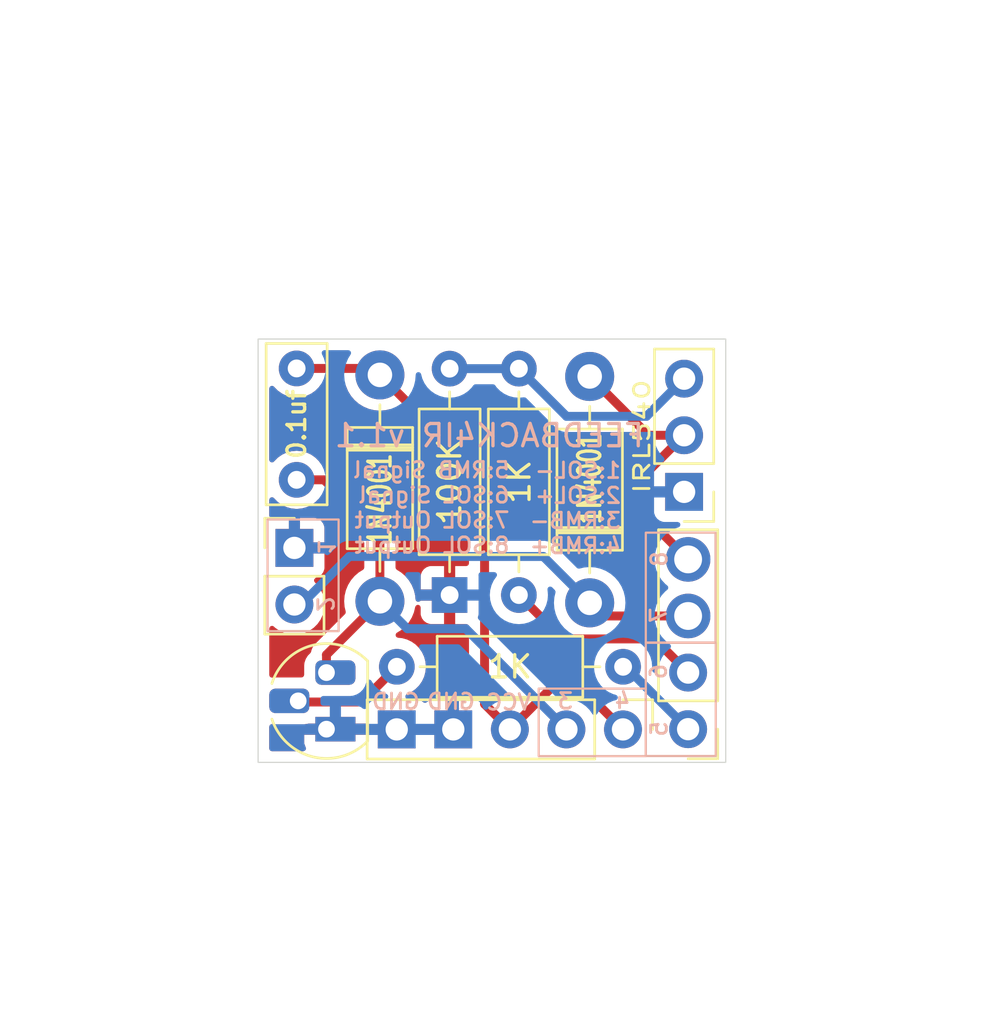
<source format=kicad_pcb>
(kicad_pcb (version 20240108) (generator "pcbnew") (generator_version "8.0")
  (layers (0 "F.Cu" signal) (31 "B.Cu" signal) (34 "B.Paste" user) (35 "F.Paste" user) (36 "B.SilkS" user "B.Silkscreen") (37 "F.SilkS" user "F.Silkscreen") (38 "B.Mask" user) (39 "F.Mask" user) (44 "Edge.Cuts" user))
  (net 0 "")
  (net 1 "DRAIN")
  (net 2 "+24V")
  (net 3 "GND")
  (net 4 "BASE")
  (net 5 "D11")
  (net 6 "GATE")
  (net 7 "RMB-")
  (net 8 "VCC")
  (net 9 "MOSI")
  (footprint "Connector_PinHeader_2.54mm:PinHeader_1x05_P2.54mm_Vertical" (layer "F.Cu") (at 128.425 117.49 -90)
    (property "Reference" "H5" (hide yes))
    (property "Value" "PinHeader_1x05_P2.54mm_Vertical")
    (fp_line (start -1.33 11.49) (end 1.33 11.49) (stroke (width 0.12)) (layer "F.SilkS"))
    (fp_line (start -1.33 1.27) (end -1.33 11.49) (stroke (width 0.12)) (layer "F.SilkS"))
    (fp_line (start -1.33 1.27) (end 1.33 1.27) (stroke (width 0.12)) (layer "F.SilkS"))
    (fp_line (start 1.33 1.27) (end 1.33 11.49) (stroke (width 0.12)) (layer "F.SilkS"))
    (fp_line (start -1.33 0) (end -1.33 -1.33) (stroke (width 0.12)) (layer "F.SilkS"))
    (fp_line (start -1.33 -1.33) (end 0 -1.33) (stroke (width 0.12)) (layer "F.SilkS"))
    (pad "1" thru_hole oval (at 0 0 270) (size 1.7 1.7) (drill 1) (layers "*.Cu" "*.Mask") (net 8 "VCC"))
    (pad "2" thru_hole circle (at 0 2.54 270) (size 1.7 1.7) (drill 1) (layers "*.Cu" "*.Mask") (net 7 "RMB-"))
    (pad "3" thru_hole oval (at 0 5.08 270) (size 1.7 1.7) (drill 1) (layers "*.Cu" "*.Mask") (net 8 "VCC"))
    (pad "4" thru_hole rect (at 0 7.62 270) (size 1.7 1.7) (drill 1) (layers "*.Cu" "*.Mask") (net 3 "GND"))
    (pad "5" thru_hole rect (at 0 10.16 270) (size 1.7 1.7) (drill 1) (layers "*.Cu" "*.Mask") (net 3 "GND"))
  )
  (footprint "Capacitor_THT:C_Disc_D7.0mm_W2.5mm_P5.00mm" (layer "F.Cu") (at 113.77 101.29 -90)
    (property "Reference" "0.1uf" (at 2.5 0 90) (layer "F.SilkS") (effects (font (size 0.8 0.8))))
    (property "Value" "C_Disc_D7.0mm_W2.5mm_P5.00mm")
    (fp_line (start -1.12 1.37) (end 6.12 1.37) (stroke (width 0.12)) (layer "F.SilkS"))
    (fp_line (start -1.12 -1.37) (end -1.12 1.37) (stroke (width 0.12)) (layer "F.SilkS"))
    (fp_line (start -1.12 -1.37) (end 6.12 -1.37) (stroke (width 0.12)) (layer "F.SilkS"))
    (fp_line (start 6.12 -1.37) (end 6.12 1.37) (stroke (width 0.12)) (layer "F.SilkS"))
    (pad "1" thru_hole circle (at 0 0 270) (size 1.6 1.6) (drill 0.8) (layers "*.Cu" "*.Mask") (net 8 "VCC"))
    (pad "2" thru_hole circle (at 5 0 270) (size 1.6 1.6) (drill 0.8) (layers "*.Cu" "*.Mask") (net 7 "RMB-"))
  )
  (footprint "Resistor_THT:R_Axial_DIN0207_L6.3mm_D2.5mm_P10.16mm_Horizontal" (layer "F.Cu") (at 120.64 101.3 -90)
    (property "Reference" "100K" (at 5.08 0 90) (layer "F.SilkS"))
    (property "Value" "R_Axial_DIN0207_L6.3mm_D2.5mm_P10.16mm_Horizontal")
    (fp_line (start 1.81 1.37) (end 8.35 1.37) (stroke (width 0.12)) (layer "F.SilkS"))
    (fp_line (start 8.35 1.37) (end 8.35 -1.37) (stroke (width 0.12)) (layer "F.SilkS"))
    (fp_line (start 1.04 0) (end 1.81 0) (stroke (width 0.12)) (layer "F.SilkS"))
    (fp_line (start 9.12 0) (end 8.35 0) (stroke (width 0.12)) (layer "F.SilkS"))
    (fp_line (start 1.81 -1.37) (end 1.81 1.37) (stroke (width 0.12)) (layer "F.SilkS"))
    (fp_line (start 8.35 -1.37) (end 1.81 -1.37) (stroke (width 0.12)) (layer "F.SilkS"))
    (pad "1" thru_hole circle (at 0 0 270) (size 1.6 1.6) (drill 0.8) (layers "*.Cu" "*.Mask") (net 6 "GATE"))
    (pad "2" thru_hole rect (at 10.16 0 270) (size 1.6 1.6) (drill 0.8) (layers "*.Cu" "*.Mask") (net 3 "GND"))
  )
  (footprint "Package_TO_SOT_THT:TO-92L_HandSolder" (layer "F.Cu") (at 115.11 117.48 90)
    (property "Reference" "2N2222" (hide yes))
    (property "Value" "TO-92L_HandSolder")
    (fp_line (start -0.53 1.85) (end 3.07 1.85) (stroke (width 0.12)) (layer "F.SilkS"))
    (fp_arc (start 2.05 -2.45) (mid 3.769931 -0.601036) (end 3.078445 1.827684) (stroke (width 0.12)) (layer "F.SilkS"))
    (fp_arc (start -0.541453 1.842156) (mid -1.247298 -0.581475) (end 0.45 -2.45) (stroke (width 0.12)) (layer "F.SilkS"))
    (pad "1" thru_hole rect (at 0 0 90) (size 1.1 1.8) (drill 0.75 (offset 0 0.4)) (layers "*.Cu" "*.Mask") (net 3 "GND"))
    (pad "2" thru_hole roundrect (at 1.27 -1.27 90) (size 1.1 1.8) (drill 0.75 (offset 0 -0.4)) (layers "*.Cu" "*.Mask") (net 4 "BASE"))
    (pad "3" thru_hole roundrect (at 2.54 0 90) (size 1.1 1.8) (drill 0.75 (offset 0 0.4)) (layers "*.Cu" "*.Mask") (net 7 "RMB-"))
  )
  (footprint "Connector_PinHeader_2.54mm:PinHeader_1x02_P2.54mm_Vertical" (layer "F.Cu") (at 113.67 109.345)
    (property "Reference" "SOL IN" (hide yes))
    (property "Value" "PinHeader_1x02_P2.54mm_Vertical")
    (fp_line (start -1.33 -1.33) (end 0 -1.33) (stroke (width 0.12)) (layer "F.SilkS"))
    (fp_line (start -1.33 0) (end -1.33 -1.33) (stroke (width 0.12)) (layer "F.SilkS"))
    (fp_line (start -1.33 1.27) (end -1.33 3.87) (stroke (width 0.12)) (layer "F.SilkS"))
    (fp_line (start -1.33 1.27) (end 1.33 1.27) (stroke (width 0.12)) (layer "F.SilkS"))
    (fp_line (start -1.33 3.87) (end 1.33 3.87) (stroke (width 0.12)) (layer "F.SilkS"))
    (fp_line (start 1.33 1.27) (end 1.33 3.87) (stroke (width 0.12)) (layer "F.SilkS"))
    (pad "1" thru_hole rect (at 0 0) (size 1.7 1.7) (drill 1) (layers "*.Cu" "*.Mask") (net 3 "GND"))
    (pad "2" thru_hole oval (at 0 2.54) (size 1.7 1.7) (drill 1) (layers "*.Cu" "*.Mask") (net 2 "+24V"))
  )
  (footprint "Diode_THT:D_DO-41_SOD81_P10.16mm_Horizontal" (layer "F.Cu") (at 126.93 111.81 90)
    (property "Reference" "1N4001" (at 5.58 0 -90) (layer "F.SilkS") (effects (font (size 1 0.7) (thickness 0.15) (bold yes))))
    (property "Value" "D_DO-41_SOD81_P10.16mm_Horizontal")
    (fp_line (start 7.8 -1.47) (end 2.36 -1.47) (stroke (width 0.12)) (layer "F.SilkS"))
    (fp_line (start 3.38 -1.47) (end 3.38 1.47) (stroke (width 0.12)) (layer "F.SilkS"))
    (fp_line (start 3.26 -1.47) (end 3.26 1.47) (stroke (width 0.12)) (layer "F.SilkS"))
    (fp_line (start 3.14 -1.47) (end 3.14 1.47) (stroke (width 0.12)) (layer "F.SilkS"))
    (fp_line (start 2.36 -1.47) (end 2.36 1.47) (stroke (width 0.12)) (layer "F.SilkS"))
    (fp_line (start 8.82 0) (end 7.8 0) (stroke (width 0.12)) (layer "F.SilkS"))
    (fp_line (start 1.34 0) (end 2.36 0) (stroke (width 0.12)) (layer "F.SilkS"))
    (fp_line (start 7.8 1.47) (end 7.8 -1.47) (stroke (width 0.12)) (layer "F.SilkS"))
    (fp_line (start 2.36 1.47) (end 7.8 1.47) (stroke (width 0.12)) (layer "F.SilkS"))
    (pad "1" thru_hole oval (at 0 0 90) (size 2.2 2.2) (drill 1.1) (layers "*.Cu" "*.Mask") (net 2 "+24V"))
    (pad "2" thru_hole oval (at 10.16 0 90) (size 2.2 2.2) (drill 1.1) (layers "*.Cu" "*.Mask") (net 1 "DRAIN"))
  )
  (footprint "Resistor_THT:R_Axial_DIN0207_L6.3mm_D2.5mm_P10.16mm_Horizontal" (layer "F.Cu") (at 123.75 111.46 90)
    (property "Reference" "1K" (at 5.08 0 -90) (layer "F.SilkS"))
    (property "Value" "R_Axial_DIN0207_L6.3mm_D2.5mm_P10.16mm_Horizontal")
    (fp_line (start 8.35 -1.37) (end 1.81 -1.37) (stroke (width 0.12)) (layer "F.SilkS"))
    (fp_line (start 1.81 -1.37) (end 1.81 1.37) (stroke (width 0.12)) (layer "F.SilkS"))
    (fp_line (start 9.12 0) (end 8.35 0) (stroke (width 0.12)) (layer "F.SilkS"))
    (fp_line (start 1.04 0) (end 1.81 0) (stroke (width 0.12)) (layer "F.SilkS"))
    (fp_line (start 8.35 1.37) (end 8.35 -1.37) (stroke (width 0.12)) (layer "F.SilkS"))
    (fp_line (start 1.81 1.37) (end 8.35 1.37) (stroke (width 0.12)) (layer "F.SilkS"))
    (pad "1" thru_hole circle (at 0 0 90) (size 1.6 1.6) (drill 0.8) (layers "*.Cu" "*.Mask") (net 9 "MOSI"))
    (pad "2" thru_hole oval (at 10.16 0 90) (size 1.6 1.6) (drill 0.8) (layers "*.Cu" "*.Mask") (net 6 "GATE"))
  )
  (footprint "Diode_THT:D_DO-41_SOD81_P10.16mm_Horizontal" (layer "F.Cu") (at 117.51 101.58 -90)
    (property "Reference" "1N4001" (at 5.58 0 90) (layer "F.SilkS") (effects (font (size 1 0.7))))
    (property "Value" "D_DO-41_SOD81_P10.16mm_Horizontal")
    (fp_line (start 2.36 1.47) (end 7.8 1.47) (stroke (width 0.12)) (layer "F.SilkS"))
    (fp_line (start 7.8 1.47) (end 7.8 -1.47) (stroke (width 0.12)) (layer "F.SilkS"))
    (fp_line (start 1.34 0) (end 2.36 0) (stroke (width 0.12)) (layer "F.SilkS"))
    (fp_line (start 8.82 0) (end 7.8 0) (stroke (width 0.12)) (layer "F.SilkS"))
    (fp_line (start 2.36 -1.47) (end 2.36 1.47) (stroke (width 0.12)) (layer "F.SilkS"))
    (fp_line (start 3.14 -1.47) (end 3.14 1.47) (stroke (width 0.12)) (layer "F.SilkS"))
    (fp_line (start 3.26 -1.47) (end 3.26 1.47) (stroke (width 0.12)) (layer "F.SilkS"))
    (fp_line (start 3.38 -1.47) (end 3.38 1.47) (stroke (width 0.12)) (layer "F.SilkS"))
    (fp_line (start 7.8 -1.47) (end 2.36 -1.47) (stroke (width 0.12)) (layer "F.SilkS"))
    (pad "1" thru_hole oval (at 0 0 270) (size 2.2 2.2) (drill 1.1) (layers "*.Cu" "*.Mask") (net 8 "VCC"))
    (pad "2" thru_hole oval (at 10.16 0 270) (size 2.2 2.2) (drill 1.1) (layers "*.Cu" "*.Mask") (net 7 "RMB-"))
  )
  (footprint "Connector_PinHeader_2.54mm:PinHeader_1x03_P2.54mm_Vertical" (layer "F.Cu") (at 131.17 106.83 180)
    (property "Reference" "IRL540" (hide yes))
    (property "Value" "PinHeader_1x03_P2.54mm_Vertical")
    (fp_line (start 1.33 1.27) (end 1.33 6.41) (stroke (width 0.12)) (layer "F.SilkS"))
    (fp_line (start -1.33 6.41) (end 1.33 6.41) (stroke (width 0.12)) (layer "F.SilkS"))
    (fp_line (start -1.33 1.27) (end 1.33 1.27) (stroke (width 0.12)) (layer "F.SilkS"))
    (fp_line (start -1.33 1.27) (end -1.33 6.41) (stroke (width 0.12)) (layer "F.SilkS"))
    (fp_line (start -1.33 0) (end -1.33 -1.33) (stroke (width 0.12)) (layer "F.SilkS"))
    (fp_line (start -1.33 -1.33) (end 0 -1.33) (stroke (width 0.12)) (layer "F.SilkS"))
    (pad "1" thru_hole rect (at 0 0 180) (size 1.7 1.7) (drill 1) (layers "*.Cu" "*.Mask") (net 3 "GND"))
    (pad "2" thru_hole oval (at 0 2.54 180) (size 1.7 1.7) (drill 1) (layers "*.Cu" "*.Mask") (net 1 "DRAIN"))
    (pad "3" thru_hole oval (at 0 5.08 180) (size 1.7 1.7) (drill 1) (layers "*.Cu" "*.Mask") (net 6 "GATE"))
  )
  (footprint "Resistor_THT:R_Axial_DIN0207_L6.3mm_D2.5mm_P10.16mm_Horizontal" (layer "F.Cu") (at 118.27 114.68)
    (property "Reference" "1K" (at 5.08 0 0) (layer "F.SilkS"))
    (property "Value" "R_Axial_DIN0207_L6.3mm_D2.5mm_P10.16mm_Horizontal")
    (fp_line (start 1.04 0) (end 1.81 0) (stroke (width 0.12)) (layer "F.SilkS"))
    (fp_line (start 1.81 -1.37) (end 1.81 1.37) (stroke (width 0.12)) (layer "F.SilkS"))
    (fp_line (start 1.81 1.37) (end 8.35 1.37) (stroke (width 0.12)) (layer "F.SilkS"))
    (fp_line (start 8.35 -1.37) (end 1.81 -1.37) (stroke (width 0.12)) (layer "F.SilkS"))
    (fp_line (start 8.35 1.37) (end 8.35 -1.37) (stroke (width 0.12)) (layer "F.SilkS"))
    (fp_line (start 9.12 0) (end 8.35 0) (stroke (width 0.12)) (layer "F.SilkS"))
    (pad "1" thru_hole circle (at 0 0) (size 1.6 1.6) (drill 0.8) (layers "*.Cu" "*.Mask") (net 4 "BASE"))
    (pad "2" thru_hole oval (at 10.16 0) (size 1.6 1.6) (drill 0.8) (layers "*.Cu" "*.Mask") (net 5 "D11"))
  )
  (footprint "Connector_PinHeader_2.54mm:PinHeader_1x04_P2.54mm_Vertical" (layer "F.Cu") (at 131.35 117.48 180)
    (property "Reference" "H4" (hide yes))
    (property "Value" "PinHeader_1x04_P2.54mm_Vertical")
    (fp_line (start 1.33 1.27) (end 1.33 8.95) (stroke (width 0.12)) (layer "F.SilkS"))
    (fp_line (start -1.33 8.95) (end 1.33 8.95) (stroke (width 0.12)) (layer "F.SilkS"))
    (fp_line (start -1.33 1.27) (end 1.33 1.27) (stroke (width 0.12)) (layer "F.SilkS"))
    (fp_line (start -1.33 1.27) (end -1.33 8.95) (stroke (width 0.12)) (layer "F.SilkS"))
    (fp_line (start -1.33 0) (end -1.33 -1.33) (stroke (width 0.12)) (layer "F.SilkS"))
    (fp_line (start -1.33 -1.33) (end 0 -1.33) (stroke (width 0.12)) (layer "F.SilkS"))
    (pad "1" thru_hole oval (at 0 0 180) (size 1.7 1.7) (drill 1) (layers "*.Cu" "*.Mask") (net 5 "D11"))
    (pad "2" thru_hole oval (at 0 2.54 180) (size 1.7 1.7) (drill 1) (layers "*.Cu" "*.Mask") (net 9 "MOSI"))
    (pad "3" thru_hole oval (at 0 5.08 180) (size 2 2) (drill 1.25) (layers "*.Cu" "*.Mask") (net 2 "+24V"))
    (pad "4" thru_hole oval (at 0 7.62 180) (size 2 2) (drill 1.25) (layers "*.Cu" "*.Mask") (net 1 "DRAIN"))
  )
  (gr_rect (start 129.45 108.66) (end 132.58 113.59) (stroke (width 0.1)) (fill none) (layer "B.SilkS"))
  (gr_rect (start 124.64 115.66) (end 129.45 118.69) (stroke (width 0.1)) (fill none) (layer "B.SilkS"))
  (gr_rect (start 112.465 108.07) (end 115.655 113.08) (stroke (width 0.1)) (fill none) (layer "B.SilkS"))
  (gr_rect (start 129.45 113.605) (end 132.59 118.685) (stroke (width 0.1)) (fill none) (layer "B.SilkS"))
  (gr_rect (start 112.04 99.97) (end 133.04 118.97) (stroke (width 0.05)) (fill none) (layer "Edge.Cuts"))
  (gr_text "4\n" (at 128.82 116.61 0) (layer "B.SilkS") (effects (font (size 0.7 0.7) (thickness 0.125) (bold yes)) (justify left bottom mirror)))
  (gr_text "FEEDBACK4IR v1.1" (at 122.42 104.89 0) (layer "B.SilkS") (effects (font (size 1 1)) (justify bottom mirror)))
  (gr_text "6" (at 130.43 114.48 90) (layer "B.SilkS") (effects (font (size 0.7 0.7) (thickness 0.125) (bold yes)) (justify left bottom mirror)))
  (gr_text "5" (at 130.46 117.05 90) (layer "B.SilkS") (effects (font (size 0.7 0.7) (thickness 0.125) (bold yes)) (justify left bottom mirror)))
  (gr_text "VCC" (at 124.38 116.68 0) (layer "B.SilkS") (effects (font (size 0.7 0.7) (thickness 0.125) (bold yes)) (justify left bottom mirror)))
  (gr_text "8" (at 130.46 109.43 90) (layer "B.SilkS") (effects (font (size 0.7 0.7) (thickness 0.125) (bold yes)) (justify left bottom mirror)))
  (gr_text "7" (at 130.43 111.95 90) (layer "B.SilkS") (effects (font (size 0.7 0.7) (thickness 0.125) (bold yes)) (justify left bottom mirror)))
  (gr_text "1:SOL-\n2:SOL+\n3:RMB-\n4:RMB+" (at 128.4 109.66 0) (layer "B.SilkS") (effects (font (size 0.7 0.7) (thickness 0.125) (bold yes)) (justify left bottom mirror)))
  (gr_text "GND" (at 121.85 116.65 0) (layer "B.SilkS") (effects (font (size 0.7 0.7) (thickness 0.125) (bold yes)) (justify left bottom mirror)))
  (gr_text "1" (at 114.68 109.71 -90) (layer "B.SilkS") (effects (font (size 0.7 0.7) (thickness 0.125) (bold yes)) (justify left bottom mirror)))
  (gr_text "GND" (at 119.38 116.65 0) (layer "B.SilkS") (effects (font (size 0.7 0.7) (thickness 0.125) (bold yes)) (justify left bottom mirror)))
  (gr_text "2\n" (at 114.63 112.28 270) (layer "B.SilkS") (effects (font (size 0.7 0.7) (thickness 0.125) (bold yes)) (justify left bottom mirror)))
  (gr_text "5:RMB Signal\n6:SOL Signal\n7:SOL Output\n8:SOL Output" (at 123.4 109.64 0) (layer "B.SilkS") (effects (font (size 0.7 0.7) (thickness 0.125) (bold yes)) (justify left bottom mirror)))
  (gr_text "3" (at 126.25 116.63 0) (layer "B.SilkS") (effects (font (size 0.7 0.7) (thickness 0.125) (bold yes)) (justify left bottom mirror)))
  (gr_text "\n" (at 128.76 108.74 270) (layer "B.SilkS") (effects (font (size 0.8 0.8) (thickness 0.125)) (justify mirror)))
  (gr_text "IRL540" (at 129.685992 106.998027 90) (layer "F.SilkS") (effects (font (size 0.7 1) (thickness 0.125) (bold yes)) (justify left bottom)))
  (segment (start 131.35 109.86) (end 129.17 107.68) (width 0.4) (layer "F.Cu") (net 1))
  (segment (start 129.17 107.68) (end 129.17 106.29) (width 0.4) (layer "F.Cu") (net 1))
  (segment (start 129.17 106.29) (end 131.17 104.29) (width 0.4) (layer "F.Cu") (net 1))
  (segment (start 129.57 104.29) (end 126.93 101.65) (width 0.4) (layer "F.Cu") (net 1))
  (segment (start 131.17 104.29) (end 129.57 104.29) (width 0.4) (layer "F.Cu") (net 1))
  (segment (start 127.52 112.4) (end 126.93 111.81) (width 0.4) (layer "F.Cu") (net 2))
  (segment (start 131.35 112.4) (end 127.52 112.4) (width 0.4) (layer "F.Cu") (net 2))
  (segment (start 113.67 111.885) (end 113.975 111.885) (width 0.4) (layer "B.Cu") (net 2))
  (segment (start 124.85 109.73) (end 126.93 111.81) (width 0.4) (layer "B.Cu") (net 2))
  (segment (start 116.13 109.73) (end 124.85 109.73) (width 0.4) (layer "B.Cu") (net 2))
  (segment (start 113.975 111.885) (end 116.13 109.73) (width 0.4) (layer "B.Cu") (net 2))
  (segment (start 113.89 116.26) (end 113.84 116.21) (width 0.4) (layer "F.Cu") (net 4))
  (segment (start 116.69 116.26) (end 113.89 116.26) (width 0.4) (layer "F.Cu") (net 4))
  (segment (start 118.27 114.68) (end 116.69 116.26) (width 0.4) (layer "F.Cu") (net 4))
  (segment (start 131.35 117.48) (end 128.55 114.68) (width 0.4) (layer "B.Cu") (net 5))
  (segment (start 128.55 114.68) (end 128.43 114.68) (width 0.4) (layer "B.Cu") (net 5))
  (segment (start 125.89 103.44) (end 123.75 101.3) (width 0.4) (layer "B.Cu") (net 6))
  (segment (start 129.48 103.44) (end 125.89 103.44) (width 0.4) (layer "B.Cu") (net 6))
  (segment (start 131.17 101.75) (end 129.48 103.44) (width 0.4) (layer "B.Cu") (net 6))
  (segment (start 123.75 101.3) (end 120.64 101.3) (width 0.4) (layer "B.Cu") (net 6))
  (segment (start 115.11 114.14) (end 117.51 111.74) (width 0.4) (layer "F.Cu") (net 7))
  (segment (start 115 106.29) (end 117.51 108.8) (width 0.4) (layer "F.Cu") (net 7))
  (segment (start 117.51 108.8) (end 117.51 111.74) (width 0.4) (layer "F.Cu") (net 7))
  (segment (start 115.11 114.94) (end 115.11 114.14) (width 0.4) (layer "F.Cu") (net 7))
  (segment (start 113.77 106.29) (end 115 106.29) (width 0.4) (layer "F.Cu") (net 7))
  (segment (start 125.885 117.49) (end 121.365 112.97) (width 0.4) (layer "B.Cu") (net 7))
  (segment (start 121.365 112.97) (end 118.74 112.97) (width 0.4) (layer "B.Cu") (net 7))
  (segment (start 118.74 112.97) (end 117.51 111.74) (width 0.4) (layer "B.Cu") (net 7))
  (segment (start 122.21 116.355) (end 122.21 106.28) (width 0.4) (layer "F.Cu") (net 8))
  (segment (start 122.21 106.28) (end 117.51 101.58) (width 0.4) (layer "F.Cu") (net 8))
  (segment (start 126.605 115.67) (end 125.165 115.67) (width 0.4) (layer "F.Cu") (net 8))
  (segment (start 128.425 117.49) (end 126.605 115.67) (width 0.4) (layer "F.Cu") (net 8))
  (segment (start 113.77 101.29) (end 117.22 101.29) (width 0.4) (layer "F.Cu") (net 8))
  (segment (start 117.22 101.29) (end 117.51 101.58) (width 0.4) (layer "F.Cu") (net 8))
  (segment (start 123.345 117.49) (end 122.21 116.355) (width 0.4) (layer "F.Cu") (net 8))
  (segment (start 125.165 115.67) (end 123.345 117.49) (width 0.4) (layer "F.Cu") (net 8))
  (segment (start 125.72 113.43) (end 123.75 111.46) (width 0.4) (layer "F.Cu") (net 9))
  (segment (start 131.35 114.94) (end 129.84 113.43) (width 0.4) (layer "F.Cu") (net 9))
  (segment (start 129.84 113.43) (end 125.72 113.43) (width 0.4) (layer "F.Cu") (net 9))
  (zone (net 3) (net_name "GND") (layers "F&B.Cu") (connect_pads (clearance 0.5)) (min_thickness 0.25) (fill yes (thermal_gap 0.5) (thermal_bridge_width 0.5))
    (polygon (pts (xy 111.79 99.59) (xy 133.36 99.62) (xy 133.29 119.08) (xy 111.83 119.19)))
  )
)
</source>
